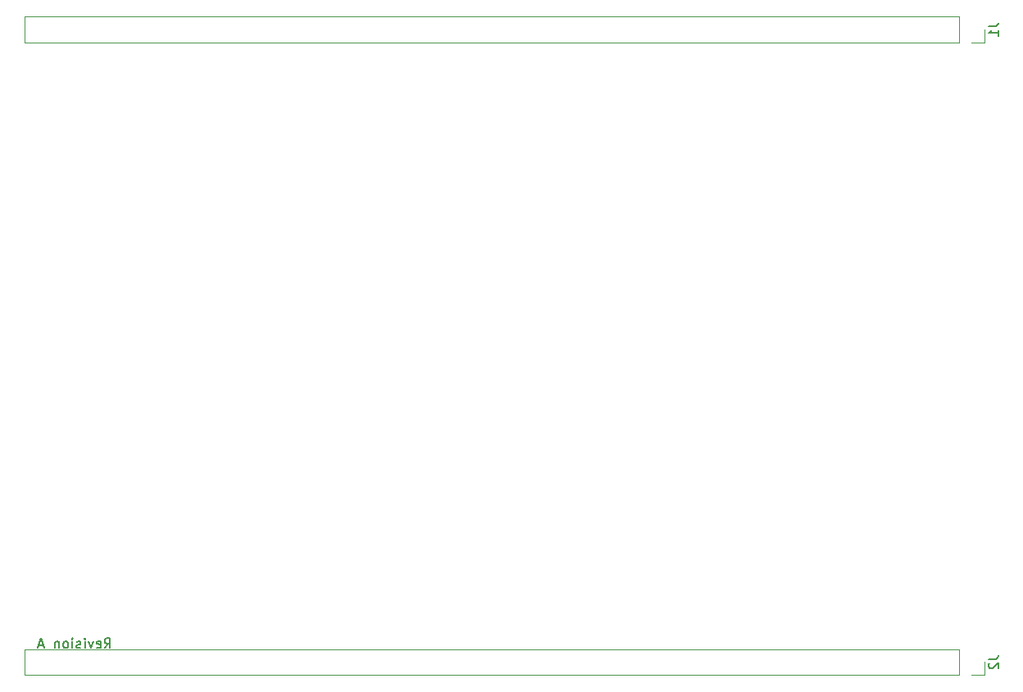
<source format=gbo>
G04 #@! TF.FileFunction,Legend,Bot*
%FSLAX46Y46*%
G04 Gerber Fmt 4.6, Leading zero omitted, Abs format (unit mm)*
G04 Created by KiCad (PCBNEW 4.0.7) date 02/09/20 21:40:42*
%MOMM*%
%LPD*%
G01*
G04 APERTURE LIST*
%ADD10C,0.100000*%
%ADD11C,0.150000*%
%ADD12C,0.120000*%
G04 APERTURE END LIST*
D10*
D11*
X108505238Y-143962381D02*
X108838572Y-143486190D01*
X109076667Y-143962381D02*
X109076667Y-142962381D01*
X108695714Y-142962381D01*
X108600476Y-143010000D01*
X108552857Y-143057619D01*
X108505238Y-143152857D01*
X108505238Y-143295714D01*
X108552857Y-143390952D01*
X108600476Y-143438571D01*
X108695714Y-143486190D01*
X109076667Y-143486190D01*
X107695714Y-143914762D02*
X107790952Y-143962381D01*
X107981429Y-143962381D01*
X108076667Y-143914762D01*
X108124286Y-143819524D01*
X108124286Y-143438571D01*
X108076667Y-143343333D01*
X107981429Y-143295714D01*
X107790952Y-143295714D01*
X107695714Y-143343333D01*
X107648095Y-143438571D01*
X107648095Y-143533810D01*
X108124286Y-143629048D01*
X107314762Y-143295714D02*
X107076667Y-143962381D01*
X106838571Y-143295714D01*
X106457619Y-143962381D02*
X106457619Y-143295714D01*
X106457619Y-142962381D02*
X106505238Y-143010000D01*
X106457619Y-143057619D01*
X106410000Y-143010000D01*
X106457619Y-142962381D01*
X106457619Y-143057619D01*
X106029048Y-143914762D02*
X105933810Y-143962381D01*
X105743334Y-143962381D01*
X105648095Y-143914762D01*
X105600476Y-143819524D01*
X105600476Y-143771905D01*
X105648095Y-143676667D01*
X105743334Y-143629048D01*
X105886191Y-143629048D01*
X105981429Y-143581429D01*
X106029048Y-143486190D01*
X106029048Y-143438571D01*
X105981429Y-143343333D01*
X105886191Y-143295714D01*
X105743334Y-143295714D01*
X105648095Y-143343333D01*
X105171905Y-143962381D02*
X105171905Y-143295714D01*
X105171905Y-142962381D02*
X105219524Y-143010000D01*
X105171905Y-143057619D01*
X105124286Y-143010000D01*
X105171905Y-142962381D01*
X105171905Y-143057619D01*
X104552858Y-143962381D02*
X104648096Y-143914762D01*
X104695715Y-143867143D01*
X104743334Y-143771905D01*
X104743334Y-143486190D01*
X104695715Y-143390952D01*
X104648096Y-143343333D01*
X104552858Y-143295714D01*
X104410000Y-143295714D01*
X104314762Y-143343333D01*
X104267143Y-143390952D01*
X104219524Y-143486190D01*
X104219524Y-143771905D01*
X104267143Y-143867143D01*
X104314762Y-143914762D01*
X104410000Y-143962381D01*
X104552858Y-143962381D01*
X103790953Y-143295714D02*
X103790953Y-143962381D01*
X103790953Y-143390952D02*
X103743334Y-143343333D01*
X103648096Y-143295714D01*
X103505238Y-143295714D01*
X103410000Y-143343333D01*
X103362381Y-143438571D01*
X103362381Y-143962381D01*
X102171905Y-143676667D02*
X101695714Y-143676667D01*
X102267143Y-143962381D02*
X101933810Y-142962381D01*
X101600476Y-143962381D01*
D12*
X100270000Y-81340000D02*
X100270000Y-78680000D01*
X196850000Y-81340000D02*
X100270000Y-81340000D01*
X196850000Y-78680000D02*
X100270000Y-78680000D01*
X196850000Y-81340000D02*
X196850000Y-78680000D01*
X198120000Y-81340000D02*
X199450000Y-81340000D01*
X199450000Y-81340000D02*
X199450000Y-80010000D01*
X100270000Y-146745000D02*
X100270000Y-144085000D01*
X196850000Y-146745000D02*
X100270000Y-146745000D01*
X196850000Y-144085000D02*
X100270000Y-144085000D01*
X196850000Y-146745000D02*
X196850000Y-144085000D01*
X198120000Y-146745000D02*
X199450000Y-146745000D01*
X199450000Y-146745000D02*
X199450000Y-145415000D01*
D11*
X199902381Y-79676667D02*
X200616667Y-79676667D01*
X200759524Y-79629047D01*
X200854762Y-79533809D01*
X200902381Y-79390952D01*
X200902381Y-79295714D01*
X200902381Y-80676667D02*
X200902381Y-80105238D01*
X200902381Y-80390952D02*
X199902381Y-80390952D01*
X200045238Y-80295714D01*
X200140476Y-80200476D01*
X200188095Y-80105238D01*
X199902381Y-145081667D02*
X200616667Y-145081667D01*
X200759524Y-145034047D01*
X200854762Y-144938809D01*
X200902381Y-144795952D01*
X200902381Y-144700714D01*
X199997619Y-145510238D02*
X199950000Y-145557857D01*
X199902381Y-145653095D01*
X199902381Y-145891191D01*
X199950000Y-145986429D01*
X199997619Y-146034048D01*
X200092857Y-146081667D01*
X200188095Y-146081667D01*
X200330952Y-146034048D01*
X200902381Y-145462619D01*
X200902381Y-146081667D01*
M02*

</source>
